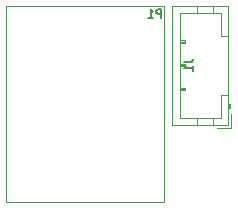
<source format=gbo>
G04 #@! TF.FileFunction,Legend,Bot*
%FSLAX46Y46*%
G04 Gerber Fmt 4.6, Leading zero omitted, Abs format (unit mm)*
G04 Created by KiCad (PCBNEW 4.0.4-1.fc24-product) date Mon Jun  4 16:01:59 2018*
%MOMM*%
%LPD*%
G01*
G04 APERTURE LIST*
%ADD10C,0.100000*%
%ADD11C,0.120000*%
%ADD12C,0.150000*%
G04 APERTURE END LIST*
D10*
D11*
X142750000Y-99260000D02*
X142750000Y-82640000D01*
X129440000Y-99260000D02*
X129440000Y-82640000D01*
X142750000Y-99260000D02*
X129440000Y-99260000D01*
X142750000Y-82640000D02*
X129440000Y-82640000D01*
X148200000Y-92700000D02*
X143500000Y-92700000D01*
X143500000Y-92700000D02*
X143500000Y-82600000D01*
X143500000Y-82600000D02*
X148200000Y-82600000D01*
X148200000Y-82600000D02*
X148200000Y-92700000D01*
X148200000Y-90150000D02*
X147600000Y-90150000D01*
X147600000Y-90150000D02*
X147600000Y-92100000D01*
X147600000Y-92100000D02*
X144100000Y-92100000D01*
X144100000Y-92100000D02*
X144100000Y-83200000D01*
X144100000Y-83200000D02*
X147600000Y-83200000D01*
X147600000Y-83200000D02*
X147600000Y-85150000D01*
X147600000Y-85150000D02*
X148200000Y-85150000D01*
X146900000Y-92700000D02*
X146900000Y-92100000D01*
X145600000Y-92700000D02*
X145600000Y-92100000D01*
X146900000Y-82600000D02*
X146900000Y-83200000D01*
X145600000Y-82600000D02*
X145600000Y-83200000D01*
X148200000Y-90950000D02*
X148400000Y-90950000D01*
X148400000Y-90950000D02*
X148400000Y-91250000D01*
X148400000Y-91250000D02*
X148200000Y-91250000D01*
X148300000Y-90950000D02*
X148300000Y-91250000D01*
X144100000Y-89750000D02*
X144600000Y-89750000D01*
X144600000Y-89750000D02*
X144600000Y-89550000D01*
X144600000Y-89550000D02*
X144100000Y-89550000D01*
X144100000Y-89650000D02*
X144600000Y-89650000D01*
X144100000Y-87750000D02*
X144600000Y-87750000D01*
X144600000Y-87750000D02*
X144600000Y-87550000D01*
X144600000Y-87550000D02*
X144100000Y-87550000D01*
X144100000Y-87650000D02*
X144600000Y-87650000D01*
X144100000Y-85750000D02*
X144600000Y-85750000D01*
X144600000Y-85750000D02*
X144600000Y-85550000D01*
X144600000Y-85550000D02*
X144100000Y-85550000D01*
X144100000Y-85650000D02*
X144600000Y-85650000D01*
X148500000Y-91750000D02*
X148500000Y-93000000D01*
X148500000Y-93000000D02*
X147250000Y-93000000D01*
D12*
X142516666Y-83616667D02*
X142516666Y-82916667D01*
X142250000Y-82916667D01*
X142183333Y-82950000D01*
X142150000Y-82983333D01*
X142116666Y-83050000D01*
X142116666Y-83150000D01*
X142150000Y-83216667D01*
X142183333Y-83250000D01*
X142250000Y-83283333D01*
X142516666Y-83283333D01*
X141450000Y-83616667D02*
X141850000Y-83616667D01*
X141650000Y-83616667D02*
X141650000Y-82916667D01*
X141716666Y-83016667D01*
X141783333Y-83083333D01*
X141850000Y-83116667D01*
X144516667Y-87416667D02*
X145016667Y-87416667D01*
X145116667Y-87383333D01*
X145183333Y-87316667D01*
X145216667Y-87216667D01*
X145216667Y-87150000D01*
X145216667Y-88116666D02*
X145216667Y-87716666D01*
X145216667Y-87916666D02*
X144516667Y-87916666D01*
X144616667Y-87850000D01*
X144683333Y-87783333D01*
X144716667Y-87716666D01*
M02*

</source>
